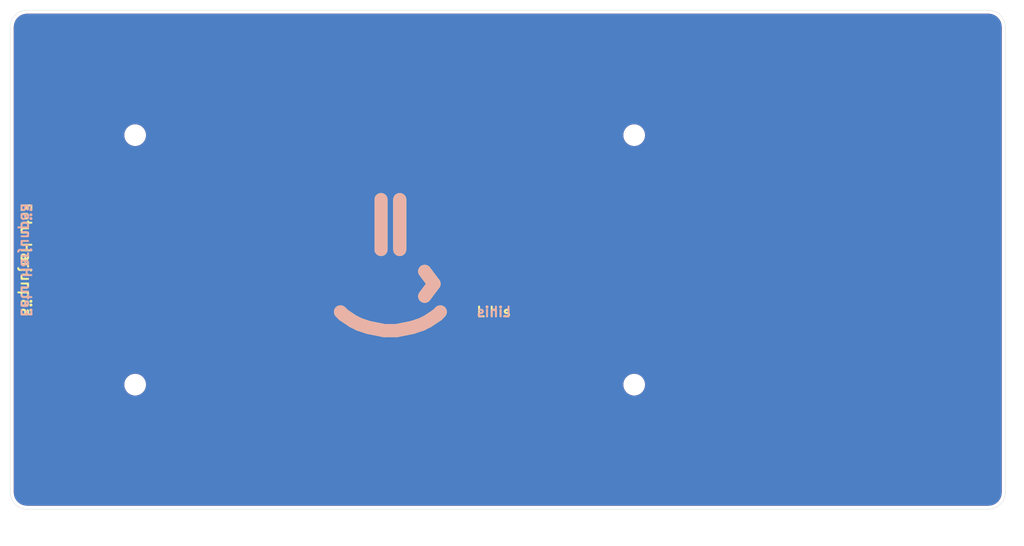
<source format=kicad_pcb>
(kicad_pcb (version 20171130) (host pcbnew "(5.1.10)-1")

  (general
    (thickness 1.6)
    (drawings 16)
    (tracks 0)
    (zones 0)
    (modules 4)
    (nets 1)
  )

  (page A4)
  (layers
    (0 F.Cu signal)
    (31 B.Cu signal)
    (32 B.Adhes user)
    (33 F.Adhes user)
    (34 B.Paste user)
    (35 F.Paste user)
    (36 B.SilkS user)
    (37 F.SilkS user)
    (38 B.Mask user)
    (39 F.Mask user)
    (40 Dwgs.User user)
    (41 Cmts.User user)
    (42 Eco1.User user)
    (43 Eco2.User user)
    (44 Edge.Cuts user)
    (45 Margin user)
    (46 B.CrtYd user)
    (47 F.CrtYd user)
    (48 B.Fab user)
    (49 F.Fab user)
  )

  (setup
    (last_trace_width 0.25)
    (trace_clearance 0.2)
    (zone_clearance 0.508)
    (zone_45_only no)
    (trace_min 0.2)
    (via_size 0.8)
    (via_drill 0.4)
    (via_min_size 0.4)
    (via_min_drill 0.3)
    (uvia_size 0.3)
    (uvia_drill 0.1)
    (uvias_allowed no)
    (uvia_min_size 0.2)
    (uvia_min_drill 0.1)
    (edge_width 0.05)
    (segment_width 0.2)
    (pcb_text_width 0.3)
    (pcb_text_size 1.5 1.5)
    (mod_edge_width 0.12)
    (mod_text_size 1 1)
    (mod_text_width 0.15)
    (pad_size 1.524 1.524)
    (pad_drill 0.762)
    (pad_to_mask_clearance 0)
    (aux_axis_origin 0 0)
    (visible_elements 7FFFFFFF)
    (pcbplotparams
      (layerselection 0x3ffff_ffffffff)
      (usegerberextensions false)
      (usegerberattributes true)
      (usegerberadvancedattributes true)
      (creategerberjobfile true)
      (excludeedgelayer true)
      (linewidth 0.100000)
      (plotframeref false)
      (viasonmask false)
      (mode 1)
      (useauxorigin false)
      (hpglpennumber 1)
      (hpglpenspeed 20)
      (hpglpendiameter 15.000000)
      (psnegative false)
      (psa4output false)
      (plotreference true)
      (plotvalue true)
      (plotinvisibletext false)
      (padsonsilk false)
      (subtractmaskfromsilk false)
      (outputformat 1)
      (mirror false)
      (drillshape 0)
      (scaleselection 1)
      (outputdirectory "../LihisBottomGerb/"))
  )

  (net 0 "")

  (net_class Default "This is the default net class."
    (clearance 0.2)
    (trace_width 0.25)
    (via_dia 0.8)
    (via_drill 0.4)
    (uvia_dia 0.3)
    (uvia_drill 0.1)
  )

  (module kbd:thread_m2 (layer F.Cu) (tedit 5F8C61BB) (tstamp 627E4EA9)
    (at 95.25 110.33125)
    (descr "Mounting Hole 2.2mm, no annular, M2")
    (tags "mounting hole 2.2mm no annular m2")
    (attr virtual)
    (fp_text reference Ref** (at -0.95 -0.55) (layer F.Fab) hide
      (effects (font (size 1 1) (thickness 0.15)))
    )
    (fp_text value Val** (at 0 0.55) (layer F.Fab) hide
      (effects (font (size 1 1) (thickness 0.15)))
    )
    (pad "" np_thru_hole circle (at 0 0) (size 2.3 2.3) (drill 2.3) (layers *.Cu *.Mask))
  )

  (module kbd:thread_m2 (layer F.Cu) (tedit 5F8C61BB) (tstamp 627E4EA9)
    (at 171.45 110.33125)
    (descr "Mounting Hole 2.2mm, no annular, M2")
    (tags "mounting hole 2.2mm no annular m2")
    (attr virtual)
    (fp_text reference Ref** (at -0.95 -0.55) (layer F.Fab) hide
      (effects (font (size 1 1) (thickness 0.15)))
    )
    (fp_text value Val** (at 0 0.55) (layer F.Fab) hide
      (effects (font (size 1 1) (thickness 0.15)))
    )
    (pad "" np_thru_hole circle (at 0 0) (size 2.3 2.3) (drill 2.3) (layers *.Cu *.Mask))
  )

  (module kbd:thread_m2 (layer F.Cu) (tedit 5F8C61BB) (tstamp 627E4C7D)
    (at 171.45 72.23125)
    (descr "Mounting Hole 2.2mm, no annular, M2")
    (tags "mounting hole 2.2mm no annular m2")
    (attr virtual)
    (fp_text reference Ref** (at -0.95 -0.55) (layer F.Fab) hide
      (effects (font (size 1 1) (thickness 0.15)))
    )
    (fp_text value Val** (at 0 0.55) (layer F.Fab) hide
      (effects (font (size 1 1) (thickness 0.15)))
    )
    (pad "" np_thru_hole circle (at 0 0) (size 2.3 2.3) (drill 2.3) (layers *.Cu *.Mask))
  )

  (module kbd:thread_m2 (layer F.Cu) (tedit 5F8C61BB) (tstamp 627E4A5A)
    (at 95.25 72.23125)
    (descr "Mounting Hole 2.2mm, no annular, M2")
    (tags "mounting hole 2.2mm no annular m2")
    (attr virtual)
    (fp_text reference Ref** (at -0.95 -0.55) (layer F.Fab) hide
      (effects (font (size 1 1) (thickness 0.15)))
    )
    (fp_text value Val** (at 0 0.55) (layer F.Fab) hide
      (effects (font (size 1 1) (thickness 0.15)))
    )
    (pad "" np_thru_hole circle (at 0 0) (size 2.3 2.3) (drill 2.3) (layers *.Cu *.Mask))
  )

  (gr_text "Eetu Harjunpää" (at 78.58125 91.28125 270) (layer B.SilkS)
    (effects (font (size 1.5 1.5) (thickness 0.3)) (justify mirror))
  )
  (gr_text "Eetu Harjunpää" (at 78.58125 91.28125 270) (layer F.SilkS)
    (effects (font (size 1.5 1.5) (thickness 0.3)))
  )
  (gr_text Lihis (at 150.01875 99.21875) (layer B.SilkS) (tstamp 627E5D1F)
    (effects (font (size 1.5 1.5) (thickness 0.3)) (justify mirror))
  )
  (gr_text Lihis (at 150.01875 99.21875) (layer F.SilkS) (tstamp 627E5D1E)
    (effects (font (size 1.5 1.5) (thickness 0.3)))
  )
  (gr_text "=^)" (at 134.9375 92.075 -90) (layer B.SilkS) (tstamp 627E5C71)
    (effects (font (size 10 10) (thickness 2)))
  )
  (gr_text "=^)" (at 134.9375 92.075 -90) (layer F.SilkS)
    (effects (font (size 10 10) (thickness 2)))
  )
  (gr_arc (start 225.551172 126.78875) (end 225.551172 129.348828) (angle -90) (layer Edge.Cuts) (width 0.05) (tstamp 627DD735))
  (gr_arc (start 78.741328 55.70875) (end 78.741328 53.148672) (angle -90) (layer Edge.Cuts) (width 0.05) (tstamp 627DD730))
  (gr_arc (start 78.74125 126.78875) (end 76.181172 126.78875) (angle -90) (layer Edge.Cuts) (width 0.05) (tstamp 627DD72F))
  (gr_arc (start 225.55125 55.70875) (end 228.111328 55.70875) (angle -90) (layer Edge.Cuts) (width 0.05) (tstamp 627DD72E))
  (gr_line (start 76.181172 126.78875) (end 76.18125 55.70875) (layer Edge.Cuts) (width 0.05) (tstamp 627DD72D))
  (gr_line (start 91.97125 129.34875) (end 78.74125 129.348828) (layer Edge.Cuts) (width 0.05) (tstamp 627DD72C))
  (gr_line (start 78.741328 53.148672) (end 78.84125 53.14875) (layer Edge.Cuts) (width 0.05) (tstamp 627DD725))
  (gr_line (start 78.84125 53.14875) (end 225.55125 53.148672) (layer Edge.Cuts) (width 0.05) (tstamp 627DD254))
  (gr_line (start 228.11125 126.78875) (end 228.11125 55.70875) (layer Edge.Cuts) (width 0.05) (tstamp 627DD253))
  (gr_line (start 225.551172 129.348828) (end 91.97125 129.34875) (layer Edge.Cuts) (width 0.05) (tstamp 627DD252))

  (zone (net 0) (net_name "") (layer F.Cu) (tstamp 627BC401) (hatch edge 0.508)
    (connect_pads (clearance 0.508))
    (min_thickness 0.254)
    (fill yes (arc_segments 32) (thermal_gap 0.508) (thermal_bridge_width 0.508))
    (polygon
      (pts
        (xy 230.98125 134.14375) (xy 74.6125 134.9375) (xy 74.6125 51.59375) (xy 230.98125 51.59375)
      )
    )
    (filled_polygon
      (pts
        (xy 225.919694 53.847963) (xy 226.27411 53.954967) (xy 226.600988 54.128772) (xy 226.887878 54.362754) (xy 227.123862 54.648009)
        (xy 227.299945 54.973668) (xy 227.40942 55.327326) (xy 227.451251 55.72532) (xy 227.45125 126.756471) (xy 227.411959 127.157194)
        (xy 227.304954 127.51161) (xy 227.131153 127.838484) (xy 226.897168 128.125377) (xy 226.61191 128.361363) (xy 226.286255 128.537445)
        (xy 225.932597 128.64692) (xy 225.53386 128.688829) (xy 92.003665 128.68875) (xy 91.938828 128.68875) (xy 78.773535 128.688829)
        (xy 78.372806 128.649537) (xy 78.01839 128.542532) (xy 77.691516 128.368731) (xy 77.404623 128.134746) (xy 77.168637 127.849488)
        (xy 76.992555 127.523833) (xy 76.88308 127.170175) (xy 76.841171 126.771439) (xy 76.841189 110.155443) (xy 93.465 110.155443)
        (xy 93.465 110.507057) (xy 93.533596 110.851915) (xy 93.668153 111.176765) (xy 93.8635 111.469121) (xy 94.112129 111.71775)
        (xy 94.404485 111.913097) (xy 94.729335 112.047654) (xy 95.074193 112.11625) (xy 95.425807 112.11625) (xy 95.770665 112.047654)
        (xy 96.095515 111.913097) (xy 96.387871 111.71775) (xy 96.6365 111.469121) (xy 96.831847 111.176765) (xy 96.966404 110.851915)
        (xy 97.035 110.507057) (xy 97.035 110.155443) (xy 169.665 110.155443) (xy 169.665 110.507057) (xy 169.733596 110.851915)
        (xy 169.868153 111.176765) (xy 170.0635 111.469121) (xy 170.312129 111.71775) (xy 170.604485 111.913097) (xy 170.929335 112.047654)
        (xy 171.274193 112.11625) (xy 171.625807 112.11625) (xy 171.970665 112.047654) (xy 172.295515 111.913097) (xy 172.587871 111.71775)
        (xy 172.8365 111.469121) (xy 173.031847 111.176765) (xy 173.166404 110.851915) (xy 173.235 110.507057) (xy 173.235 110.155443)
        (xy 173.166404 109.810585) (xy 173.031847 109.485735) (xy 172.8365 109.193379) (xy 172.587871 108.94475) (xy 172.295515 108.749403)
        (xy 171.970665 108.614846) (xy 171.625807 108.54625) (xy 171.274193 108.54625) (xy 170.929335 108.614846) (xy 170.604485 108.749403)
        (xy 170.312129 108.94475) (xy 170.0635 109.193379) (xy 169.868153 109.485735) (xy 169.733596 109.810585) (xy 169.665 110.155443)
        (xy 97.035 110.155443) (xy 96.966404 109.810585) (xy 96.831847 109.485735) (xy 96.6365 109.193379) (xy 96.387871 108.94475)
        (xy 96.095515 108.749403) (xy 95.770665 108.614846) (xy 95.425807 108.54625) (xy 95.074193 108.54625) (xy 94.729335 108.614846)
        (xy 94.404485 108.749403) (xy 94.112129 108.94475) (xy 93.8635 109.193379) (xy 93.668153 109.485735) (xy 93.533596 109.810585)
        (xy 93.465 110.155443) (xy 76.841189 110.155443) (xy 76.841231 72.055443) (xy 93.465 72.055443) (xy 93.465 72.407057)
        (xy 93.533596 72.751915) (xy 93.668153 73.076765) (xy 93.8635 73.369121) (xy 94.112129 73.61775) (xy 94.404485 73.813097)
        (xy 94.729335 73.947654) (xy 95.074193 74.01625) (xy 95.425807 74.01625) (xy 95.770665 73.947654) (xy 96.095515 73.813097)
        (xy 96.387871 73.61775) (xy 96.6365 73.369121) (xy 96.831847 73.076765) (xy 96.966404 72.751915) (xy 97.035 72.407057)
        (xy 97.035 72.055443) (xy 169.665 72.055443) (xy 169.665 72.407057) (xy 169.733596 72.751915) (xy 169.868153 73.076765)
        (xy 170.0635 73.369121) (xy 170.312129 73.61775) (xy 170.604485 73.813097) (xy 170.929335 73.947654) (xy 171.274193 74.01625)
        (xy 171.625807 74.01625) (xy 171.970665 73.947654) (xy 172.295515 73.813097) (xy 172.587871 73.61775) (xy 172.8365 73.369121)
        (xy 173.031847 73.076765) (xy 173.166404 72.751915) (xy 173.235 72.407057) (xy 173.235 72.055443) (xy 173.166404 71.710585)
        (xy 173.031847 71.385735) (xy 172.8365 71.093379) (xy 172.587871 70.84475) (xy 172.295515 70.649403) (xy 171.970665 70.514846)
        (xy 171.625807 70.44625) (xy 171.274193 70.44625) (xy 170.929335 70.514846) (xy 170.604485 70.649403) (xy 170.312129 70.84475)
        (xy 170.0635 71.093379) (xy 169.868153 71.385735) (xy 169.733596 71.710585) (xy 169.665 72.055443) (xy 97.035 72.055443)
        (xy 96.966404 71.710585) (xy 96.831847 71.385735) (xy 96.6365 71.093379) (xy 96.387871 70.84475) (xy 96.095515 70.649403)
        (xy 95.770665 70.514846) (xy 95.425807 70.44625) (xy 95.074193 70.44625) (xy 94.729335 70.514846) (xy 94.404485 70.649403)
        (xy 94.112129 70.84475) (xy 93.8635 71.093379) (xy 93.668153 71.385735) (xy 93.533596 71.710585) (xy 93.465 72.055443)
        (xy 76.841231 72.055443) (xy 76.84125 55.741028) (xy 76.880541 55.340306) (xy 76.987545 54.98589) (xy 77.16135 54.659012)
        (xy 77.395332 54.372122) (xy 77.680587 54.136138) (xy 78.006246 53.960055) (xy 78.359904 53.85058) (xy 78.758504 53.808685)
        (xy 78.808572 53.808724) (xy 78.808832 53.80875) (xy 78.841201 53.80875) (xy 78.873153 53.808775) (xy 78.873409 53.80875)
        (xy 225.518963 53.808671)
      )
    )
  )
  (zone (net 0) (net_name "") (layer B.Cu) (tstamp 627BC3FE) (hatch edge 0.508)
    (connect_pads (clearance 0.508))
    (min_thickness 0.254)
    (fill yes (arc_segments 32) (thermal_gap 0.508) (thermal_bridge_width 0.508))
    (polygon
      (pts
        (xy 230.98125 134.14375) (xy 74.6125 134.9375) (xy 74.6125 51.59375) (xy 230.98125 51.59375)
      )
    )
    (filled_polygon
      (pts
        (xy 225.919694 53.847963) (xy 226.27411 53.954967) (xy 226.600988 54.128772) (xy 226.887878 54.362754) (xy 227.123862 54.648009)
        (xy 227.299945 54.973668) (xy 227.40942 55.327326) (xy 227.451251 55.72532) (xy 227.45125 126.756471) (xy 227.411959 127.157194)
        (xy 227.304954 127.51161) (xy 227.131153 127.838484) (xy 226.897168 128.125377) (xy 226.61191 128.361363) (xy 226.286255 128.537445)
        (xy 225.932597 128.64692) (xy 225.53386 128.688829) (xy 92.003665 128.68875) (xy 91.938828 128.68875) (xy 78.773535 128.688829)
        (xy 78.372806 128.649537) (xy 78.01839 128.542532) (xy 77.691516 128.368731) (xy 77.404623 128.134746) (xy 77.168637 127.849488)
        (xy 76.992555 127.523833) (xy 76.88308 127.170175) (xy 76.841171 126.771439) (xy 76.841189 110.155443) (xy 93.465 110.155443)
        (xy 93.465 110.507057) (xy 93.533596 110.851915) (xy 93.668153 111.176765) (xy 93.8635 111.469121) (xy 94.112129 111.71775)
        (xy 94.404485 111.913097) (xy 94.729335 112.047654) (xy 95.074193 112.11625) (xy 95.425807 112.11625) (xy 95.770665 112.047654)
        (xy 96.095515 111.913097) (xy 96.387871 111.71775) (xy 96.6365 111.469121) (xy 96.831847 111.176765) (xy 96.966404 110.851915)
        (xy 97.035 110.507057) (xy 97.035 110.155443) (xy 169.665 110.155443) (xy 169.665 110.507057) (xy 169.733596 110.851915)
        (xy 169.868153 111.176765) (xy 170.0635 111.469121) (xy 170.312129 111.71775) (xy 170.604485 111.913097) (xy 170.929335 112.047654)
        (xy 171.274193 112.11625) (xy 171.625807 112.11625) (xy 171.970665 112.047654) (xy 172.295515 111.913097) (xy 172.587871 111.71775)
        (xy 172.8365 111.469121) (xy 173.031847 111.176765) (xy 173.166404 110.851915) (xy 173.235 110.507057) (xy 173.235 110.155443)
        (xy 173.166404 109.810585) (xy 173.031847 109.485735) (xy 172.8365 109.193379) (xy 172.587871 108.94475) (xy 172.295515 108.749403)
        (xy 171.970665 108.614846) (xy 171.625807 108.54625) (xy 171.274193 108.54625) (xy 170.929335 108.614846) (xy 170.604485 108.749403)
        (xy 170.312129 108.94475) (xy 170.0635 109.193379) (xy 169.868153 109.485735) (xy 169.733596 109.810585) (xy 169.665 110.155443)
        (xy 97.035 110.155443) (xy 96.966404 109.810585) (xy 96.831847 109.485735) (xy 96.6365 109.193379) (xy 96.387871 108.94475)
        (xy 96.095515 108.749403) (xy 95.770665 108.614846) (xy 95.425807 108.54625) (xy 95.074193 108.54625) (xy 94.729335 108.614846)
        (xy 94.404485 108.749403) (xy 94.112129 108.94475) (xy 93.8635 109.193379) (xy 93.668153 109.485735) (xy 93.533596 109.810585)
        (xy 93.465 110.155443) (xy 76.841189 110.155443) (xy 76.841231 72.055443) (xy 93.465 72.055443) (xy 93.465 72.407057)
        (xy 93.533596 72.751915) (xy 93.668153 73.076765) (xy 93.8635 73.369121) (xy 94.112129 73.61775) (xy 94.404485 73.813097)
        (xy 94.729335 73.947654) (xy 95.074193 74.01625) (xy 95.425807 74.01625) (xy 95.770665 73.947654) (xy 96.095515 73.813097)
        (xy 96.387871 73.61775) (xy 96.6365 73.369121) (xy 96.831847 73.076765) (xy 96.966404 72.751915) (xy 97.035 72.407057)
        (xy 97.035 72.055443) (xy 169.665 72.055443) (xy 169.665 72.407057) (xy 169.733596 72.751915) (xy 169.868153 73.076765)
        (xy 170.0635 73.369121) (xy 170.312129 73.61775) (xy 170.604485 73.813097) (xy 170.929335 73.947654) (xy 171.274193 74.01625)
        (xy 171.625807 74.01625) (xy 171.970665 73.947654) (xy 172.295515 73.813097) (xy 172.587871 73.61775) (xy 172.8365 73.369121)
        (xy 173.031847 73.076765) (xy 173.166404 72.751915) (xy 173.235 72.407057) (xy 173.235 72.055443) (xy 173.166404 71.710585)
        (xy 173.031847 71.385735) (xy 172.8365 71.093379) (xy 172.587871 70.84475) (xy 172.295515 70.649403) (xy 171.970665 70.514846)
        (xy 171.625807 70.44625) (xy 171.274193 70.44625) (xy 170.929335 70.514846) (xy 170.604485 70.649403) (xy 170.312129 70.84475)
        (xy 170.0635 71.093379) (xy 169.868153 71.385735) (xy 169.733596 71.710585) (xy 169.665 72.055443) (xy 97.035 72.055443)
        (xy 96.966404 71.710585) (xy 96.831847 71.385735) (xy 96.6365 71.093379) (xy 96.387871 70.84475) (xy 96.095515 70.649403)
        (xy 95.770665 70.514846) (xy 95.425807 70.44625) (xy 95.074193 70.44625) (xy 94.729335 70.514846) (xy 94.404485 70.649403)
        (xy 94.112129 70.84475) (xy 93.8635 71.093379) (xy 93.668153 71.385735) (xy 93.533596 71.710585) (xy 93.465 72.055443)
        (xy 76.841231 72.055443) (xy 76.84125 55.741028) (xy 76.880541 55.340306) (xy 76.987545 54.98589) (xy 77.16135 54.659012)
        (xy 77.395332 54.372122) (xy 77.680587 54.136138) (xy 78.006246 53.960055) (xy 78.359904 53.85058) (xy 78.758504 53.808685)
        (xy 78.808572 53.808724) (xy 78.808832 53.80875) (xy 78.841201 53.80875) (xy 78.873153 53.808775) (xy 78.873409 53.80875)
        (xy 225.518963 53.808671)
      )
    )
  )
)

</source>
